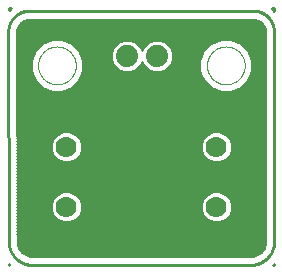
<source format=gtl>
G75*
%MOIN*%
%OFA0B0*%
%FSLAX25Y25*%
%IPPOS*%
%LPD*%
%AMOC8*
5,1,8,0,0,1.08239X$1,22.5*
%
%ADD10C,0.00000*%
%ADD11C,0.01000*%
%ADD12C,0.07000*%
%ADD13C,0.07400*%
%ADD14C,0.01500*%
%ADD15C,0.02978*%
D10*
X0011443Y0068035D02*
X0011445Y0068193D01*
X0011451Y0068351D01*
X0011461Y0068509D01*
X0011475Y0068667D01*
X0011493Y0068824D01*
X0011514Y0068981D01*
X0011540Y0069137D01*
X0011570Y0069293D01*
X0011603Y0069448D01*
X0011641Y0069601D01*
X0011682Y0069754D01*
X0011727Y0069906D01*
X0011776Y0070057D01*
X0011829Y0070206D01*
X0011885Y0070354D01*
X0011945Y0070500D01*
X0012009Y0070645D01*
X0012077Y0070788D01*
X0012148Y0070930D01*
X0012222Y0071070D01*
X0012300Y0071207D01*
X0012382Y0071343D01*
X0012466Y0071477D01*
X0012555Y0071608D01*
X0012646Y0071737D01*
X0012741Y0071864D01*
X0012838Y0071989D01*
X0012939Y0072111D01*
X0013043Y0072230D01*
X0013150Y0072347D01*
X0013260Y0072461D01*
X0013373Y0072572D01*
X0013488Y0072681D01*
X0013606Y0072786D01*
X0013727Y0072888D01*
X0013850Y0072988D01*
X0013976Y0073084D01*
X0014104Y0073177D01*
X0014234Y0073267D01*
X0014367Y0073353D01*
X0014502Y0073437D01*
X0014638Y0073516D01*
X0014777Y0073593D01*
X0014918Y0073665D01*
X0015060Y0073735D01*
X0015204Y0073800D01*
X0015350Y0073862D01*
X0015497Y0073920D01*
X0015646Y0073975D01*
X0015796Y0074026D01*
X0015947Y0074073D01*
X0016099Y0074116D01*
X0016252Y0074155D01*
X0016407Y0074191D01*
X0016562Y0074222D01*
X0016718Y0074250D01*
X0016874Y0074274D01*
X0017031Y0074294D01*
X0017189Y0074310D01*
X0017346Y0074322D01*
X0017505Y0074330D01*
X0017663Y0074334D01*
X0017821Y0074334D01*
X0017979Y0074330D01*
X0018138Y0074322D01*
X0018295Y0074310D01*
X0018453Y0074294D01*
X0018610Y0074274D01*
X0018766Y0074250D01*
X0018922Y0074222D01*
X0019077Y0074191D01*
X0019232Y0074155D01*
X0019385Y0074116D01*
X0019537Y0074073D01*
X0019688Y0074026D01*
X0019838Y0073975D01*
X0019987Y0073920D01*
X0020134Y0073862D01*
X0020280Y0073800D01*
X0020424Y0073735D01*
X0020566Y0073665D01*
X0020707Y0073593D01*
X0020846Y0073516D01*
X0020982Y0073437D01*
X0021117Y0073353D01*
X0021250Y0073267D01*
X0021380Y0073177D01*
X0021508Y0073084D01*
X0021634Y0072988D01*
X0021757Y0072888D01*
X0021878Y0072786D01*
X0021996Y0072681D01*
X0022111Y0072572D01*
X0022224Y0072461D01*
X0022334Y0072347D01*
X0022441Y0072230D01*
X0022545Y0072111D01*
X0022646Y0071989D01*
X0022743Y0071864D01*
X0022838Y0071737D01*
X0022929Y0071608D01*
X0023018Y0071477D01*
X0023102Y0071343D01*
X0023184Y0071207D01*
X0023262Y0071070D01*
X0023336Y0070930D01*
X0023407Y0070788D01*
X0023475Y0070645D01*
X0023539Y0070500D01*
X0023599Y0070354D01*
X0023655Y0070206D01*
X0023708Y0070057D01*
X0023757Y0069906D01*
X0023802Y0069754D01*
X0023843Y0069601D01*
X0023881Y0069448D01*
X0023914Y0069293D01*
X0023944Y0069137D01*
X0023970Y0068981D01*
X0023991Y0068824D01*
X0024009Y0068667D01*
X0024023Y0068509D01*
X0024033Y0068351D01*
X0024039Y0068193D01*
X0024041Y0068035D01*
X0024039Y0067877D01*
X0024033Y0067719D01*
X0024023Y0067561D01*
X0024009Y0067403D01*
X0023991Y0067246D01*
X0023970Y0067089D01*
X0023944Y0066933D01*
X0023914Y0066777D01*
X0023881Y0066622D01*
X0023843Y0066469D01*
X0023802Y0066316D01*
X0023757Y0066164D01*
X0023708Y0066013D01*
X0023655Y0065864D01*
X0023599Y0065716D01*
X0023539Y0065570D01*
X0023475Y0065425D01*
X0023407Y0065282D01*
X0023336Y0065140D01*
X0023262Y0065000D01*
X0023184Y0064863D01*
X0023102Y0064727D01*
X0023018Y0064593D01*
X0022929Y0064462D01*
X0022838Y0064333D01*
X0022743Y0064206D01*
X0022646Y0064081D01*
X0022545Y0063959D01*
X0022441Y0063840D01*
X0022334Y0063723D01*
X0022224Y0063609D01*
X0022111Y0063498D01*
X0021996Y0063389D01*
X0021878Y0063284D01*
X0021757Y0063182D01*
X0021634Y0063082D01*
X0021508Y0062986D01*
X0021380Y0062893D01*
X0021250Y0062803D01*
X0021117Y0062717D01*
X0020982Y0062633D01*
X0020846Y0062554D01*
X0020707Y0062477D01*
X0020566Y0062405D01*
X0020424Y0062335D01*
X0020280Y0062270D01*
X0020134Y0062208D01*
X0019987Y0062150D01*
X0019838Y0062095D01*
X0019688Y0062044D01*
X0019537Y0061997D01*
X0019385Y0061954D01*
X0019232Y0061915D01*
X0019077Y0061879D01*
X0018922Y0061848D01*
X0018766Y0061820D01*
X0018610Y0061796D01*
X0018453Y0061776D01*
X0018295Y0061760D01*
X0018138Y0061748D01*
X0017979Y0061740D01*
X0017821Y0061736D01*
X0017663Y0061736D01*
X0017505Y0061740D01*
X0017346Y0061748D01*
X0017189Y0061760D01*
X0017031Y0061776D01*
X0016874Y0061796D01*
X0016718Y0061820D01*
X0016562Y0061848D01*
X0016407Y0061879D01*
X0016252Y0061915D01*
X0016099Y0061954D01*
X0015947Y0061997D01*
X0015796Y0062044D01*
X0015646Y0062095D01*
X0015497Y0062150D01*
X0015350Y0062208D01*
X0015204Y0062270D01*
X0015060Y0062335D01*
X0014918Y0062405D01*
X0014777Y0062477D01*
X0014638Y0062554D01*
X0014502Y0062633D01*
X0014367Y0062717D01*
X0014234Y0062803D01*
X0014104Y0062893D01*
X0013976Y0062986D01*
X0013850Y0063082D01*
X0013727Y0063182D01*
X0013606Y0063284D01*
X0013488Y0063389D01*
X0013373Y0063498D01*
X0013260Y0063609D01*
X0013150Y0063723D01*
X0013043Y0063840D01*
X0012939Y0063959D01*
X0012838Y0064081D01*
X0012741Y0064206D01*
X0012646Y0064333D01*
X0012555Y0064462D01*
X0012466Y0064593D01*
X0012382Y0064727D01*
X0012300Y0064863D01*
X0012222Y0065000D01*
X0012148Y0065140D01*
X0012077Y0065282D01*
X0012009Y0065425D01*
X0011945Y0065570D01*
X0011885Y0065716D01*
X0011829Y0065864D01*
X0011776Y0066013D01*
X0011727Y0066164D01*
X0011682Y0066316D01*
X0011641Y0066469D01*
X0011603Y0066622D01*
X0011570Y0066777D01*
X0011540Y0066933D01*
X0011514Y0067089D01*
X0011493Y0067246D01*
X0011475Y0067403D01*
X0011461Y0067561D01*
X0011451Y0067719D01*
X0011445Y0067877D01*
X0011443Y0068035D01*
X0067742Y0068035D02*
X0067744Y0068193D01*
X0067750Y0068351D01*
X0067760Y0068509D01*
X0067774Y0068667D01*
X0067792Y0068824D01*
X0067813Y0068981D01*
X0067839Y0069137D01*
X0067869Y0069293D01*
X0067902Y0069448D01*
X0067940Y0069601D01*
X0067981Y0069754D01*
X0068026Y0069906D01*
X0068075Y0070057D01*
X0068128Y0070206D01*
X0068184Y0070354D01*
X0068244Y0070500D01*
X0068308Y0070645D01*
X0068376Y0070788D01*
X0068447Y0070930D01*
X0068521Y0071070D01*
X0068599Y0071207D01*
X0068681Y0071343D01*
X0068765Y0071477D01*
X0068854Y0071608D01*
X0068945Y0071737D01*
X0069040Y0071864D01*
X0069137Y0071989D01*
X0069238Y0072111D01*
X0069342Y0072230D01*
X0069449Y0072347D01*
X0069559Y0072461D01*
X0069672Y0072572D01*
X0069787Y0072681D01*
X0069905Y0072786D01*
X0070026Y0072888D01*
X0070149Y0072988D01*
X0070275Y0073084D01*
X0070403Y0073177D01*
X0070533Y0073267D01*
X0070666Y0073353D01*
X0070801Y0073437D01*
X0070937Y0073516D01*
X0071076Y0073593D01*
X0071217Y0073665D01*
X0071359Y0073735D01*
X0071503Y0073800D01*
X0071649Y0073862D01*
X0071796Y0073920D01*
X0071945Y0073975D01*
X0072095Y0074026D01*
X0072246Y0074073D01*
X0072398Y0074116D01*
X0072551Y0074155D01*
X0072706Y0074191D01*
X0072861Y0074222D01*
X0073017Y0074250D01*
X0073173Y0074274D01*
X0073330Y0074294D01*
X0073488Y0074310D01*
X0073645Y0074322D01*
X0073804Y0074330D01*
X0073962Y0074334D01*
X0074120Y0074334D01*
X0074278Y0074330D01*
X0074437Y0074322D01*
X0074594Y0074310D01*
X0074752Y0074294D01*
X0074909Y0074274D01*
X0075065Y0074250D01*
X0075221Y0074222D01*
X0075376Y0074191D01*
X0075531Y0074155D01*
X0075684Y0074116D01*
X0075836Y0074073D01*
X0075987Y0074026D01*
X0076137Y0073975D01*
X0076286Y0073920D01*
X0076433Y0073862D01*
X0076579Y0073800D01*
X0076723Y0073735D01*
X0076865Y0073665D01*
X0077006Y0073593D01*
X0077145Y0073516D01*
X0077281Y0073437D01*
X0077416Y0073353D01*
X0077549Y0073267D01*
X0077679Y0073177D01*
X0077807Y0073084D01*
X0077933Y0072988D01*
X0078056Y0072888D01*
X0078177Y0072786D01*
X0078295Y0072681D01*
X0078410Y0072572D01*
X0078523Y0072461D01*
X0078633Y0072347D01*
X0078740Y0072230D01*
X0078844Y0072111D01*
X0078945Y0071989D01*
X0079042Y0071864D01*
X0079137Y0071737D01*
X0079228Y0071608D01*
X0079317Y0071477D01*
X0079401Y0071343D01*
X0079483Y0071207D01*
X0079561Y0071070D01*
X0079635Y0070930D01*
X0079706Y0070788D01*
X0079774Y0070645D01*
X0079838Y0070500D01*
X0079898Y0070354D01*
X0079954Y0070206D01*
X0080007Y0070057D01*
X0080056Y0069906D01*
X0080101Y0069754D01*
X0080142Y0069601D01*
X0080180Y0069448D01*
X0080213Y0069293D01*
X0080243Y0069137D01*
X0080269Y0068981D01*
X0080290Y0068824D01*
X0080308Y0068667D01*
X0080322Y0068509D01*
X0080332Y0068351D01*
X0080338Y0068193D01*
X0080340Y0068035D01*
X0080338Y0067877D01*
X0080332Y0067719D01*
X0080322Y0067561D01*
X0080308Y0067403D01*
X0080290Y0067246D01*
X0080269Y0067089D01*
X0080243Y0066933D01*
X0080213Y0066777D01*
X0080180Y0066622D01*
X0080142Y0066469D01*
X0080101Y0066316D01*
X0080056Y0066164D01*
X0080007Y0066013D01*
X0079954Y0065864D01*
X0079898Y0065716D01*
X0079838Y0065570D01*
X0079774Y0065425D01*
X0079706Y0065282D01*
X0079635Y0065140D01*
X0079561Y0065000D01*
X0079483Y0064863D01*
X0079401Y0064727D01*
X0079317Y0064593D01*
X0079228Y0064462D01*
X0079137Y0064333D01*
X0079042Y0064206D01*
X0078945Y0064081D01*
X0078844Y0063959D01*
X0078740Y0063840D01*
X0078633Y0063723D01*
X0078523Y0063609D01*
X0078410Y0063498D01*
X0078295Y0063389D01*
X0078177Y0063284D01*
X0078056Y0063182D01*
X0077933Y0063082D01*
X0077807Y0062986D01*
X0077679Y0062893D01*
X0077549Y0062803D01*
X0077416Y0062717D01*
X0077281Y0062633D01*
X0077145Y0062554D01*
X0077006Y0062477D01*
X0076865Y0062405D01*
X0076723Y0062335D01*
X0076579Y0062270D01*
X0076433Y0062208D01*
X0076286Y0062150D01*
X0076137Y0062095D01*
X0075987Y0062044D01*
X0075836Y0061997D01*
X0075684Y0061954D01*
X0075531Y0061915D01*
X0075376Y0061879D01*
X0075221Y0061848D01*
X0075065Y0061820D01*
X0074909Y0061796D01*
X0074752Y0061776D01*
X0074594Y0061760D01*
X0074437Y0061748D01*
X0074278Y0061740D01*
X0074120Y0061736D01*
X0073962Y0061736D01*
X0073804Y0061740D01*
X0073645Y0061748D01*
X0073488Y0061760D01*
X0073330Y0061776D01*
X0073173Y0061796D01*
X0073017Y0061820D01*
X0072861Y0061848D01*
X0072706Y0061879D01*
X0072551Y0061915D01*
X0072398Y0061954D01*
X0072246Y0061997D01*
X0072095Y0062044D01*
X0071945Y0062095D01*
X0071796Y0062150D01*
X0071649Y0062208D01*
X0071503Y0062270D01*
X0071359Y0062335D01*
X0071217Y0062405D01*
X0071076Y0062477D01*
X0070937Y0062554D01*
X0070801Y0062633D01*
X0070666Y0062717D01*
X0070533Y0062803D01*
X0070403Y0062893D01*
X0070275Y0062986D01*
X0070149Y0063082D01*
X0070026Y0063182D01*
X0069905Y0063284D01*
X0069787Y0063389D01*
X0069672Y0063498D01*
X0069559Y0063609D01*
X0069449Y0063723D01*
X0069342Y0063840D01*
X0069238Y0063959D01*
X0069137Y0064081D01*
X0069040Y0064206D01*
X0068945Y0064333D01*
X0068854Y0064462D01*
X0068765Y0064593D01*
X0068681Y0064727D01*
X0068599Y0064863D01*
X0068521Y0065000D01*
X0068447Y0065140D01*
X0068376Y0065282D01*
X0068308Y0065425D01*
X0068244Y0065570D01*
X0068184Y0065716D01*
X0068128Y0065864D01*
X0068075Y0066013D01*
X0068026Y0066164D01*
X0067981Y0066316D01*
X0067940Y0066469D01*
X0067902Y0066622D01*
X0067869Y0066777D01*
X0067839Y0066933D01*
X0067813Y0067089D01*
X0067792Y0067246D01*
X0067774Y0067403D01*
X0067760Y0067561D01*
X0067750Y0067719D01*
X0067744Y0067877D01*
X0067742Y0068035D01*
D11*
X0001896Y0001500D02*
X0001600Y0001500D01*
X0001600Y0001799D01*
X0001730Y0001621D01*
X0001896Y0001500D01*
X0001610Y0001500D01*
X0001610Y0001785D01*
X0001730Y0001621D01*
X0001730Y0001621D01*
X0001896Y0001500D01*
X0001730Y0001621D02*
X0001730Y0001621D01*
X0001730Y0001621D01*
X0001730Y0001621D01*
X0006067Y0005963D02*
X0005147Y0007227D01*
X0004662Y0008713D01*
X0004600Y0009495D01*
X0004599Y0010092D01*
X0004509Y0079272D01*
X0004558Y0079898D01*
X0004943Y0081090D01*
X0005679Y0082104D01*
X0006692Y0082841D01*
X0007883Y0083228D01*
X0008509Y0083277D01*
X0082495Y0083277D01*
X0082495Y0083277D01*
X0082495Y0083277D01*
X0008509Y0083277D01*
X0007883Y0083228D01*
X0006692Y0082841D01*
X0005679Y0082104D01*
X0004943Y0081090D01*
X0004558Y0079898D01*
X0004509Y0079272D01*
X0004599Y0010092D01*
X0004599Y0010092D01*
X0004599Y0010092D01*
X0004600Y0009495D01*
X0004662Y0008713D01*
X0005147Y0007227D01*
X0006067Y0005963D01*
X0007332Y0005044D01*
X0008819Y0004562D01*
X0009600Y0004500D01*
X0082183Y0004500D01*
X0082965Y0004562D01*
X0084454Y0005046D01*
X0085720Y0005967D01*
X0086640Y0007234D01*
X0087122Y0008723D01*
X0087183Y0009506D01*
X0087183Y0009534D01*
X0087092Y0079253D01*
X0087092Y0079283D01*
X0087014Y0080063D01*
X0086416Y0081503D01*
X0085312Y0082604D01*
X0083872Y0083200D01*
X0083092Y0083277D01*
X0083085Y0083277D01*
X0082495Y0083277D01*
X0083085Y0083277D01*
X0083092Y0083277D01*
X0083872Y0083200D01*
X0085312Y0082604D01*
X0086416Y0081503D01*
X0087014Y0080063D01*
X0087092Y0079283D01*
X0087092Y0079253D01*
X0087183Y0009534D01*
X0087183Y0009506D01*
X0087122Y0008723D01*
X0086640Y0007234D01*
X0085720Y0005967D01*
X0084454Y0005046D01*
X0082965Y0004562D01*
X0082183Y0004500D01*
X0009600Y0004500D01*
X0008819Y0004562D01*
X0007332Y0005044D01*
X0006067Y0005963D01*
X0006162Y0005894D02*
X0085620Y0005894D01*
X0006162Y0005894D01*
X0005390Y0006892D02*
X0086392Y0006892D01*
X0005390Y0006892D01*
X0004931Y0007891D02*
X0086852Y0007891D01*
X0004931Y0007891D01*
X0004648Y0008889D02*
X0087135Y0008889D01*
X0004648Y0008889D01*
X0004600Y0009888D02*
X0087182Y0009888D01*
X0004600Y0009888D01*
X0004598Y0010886D02*
X0087181Y0010886D01*
X0004598Y0010886D01*
X0004597Y0011885D02*
X0087180Y0011885D01*
X0004597Y0011885D01*
X0004596Y0012883D02*
X0087178Y0012883D01*
X0004596Y0012883D01*
X0004594Y0013882D02*
X0087177Y0013882D01*
X0004594Y0013882D01*
X0004593Y0014880D02*
X0087176Y0014880D01*
X0004593Y0014880D01*
X0004592Y0015879D02*
X0019448Y0015879D01*
X0019857Y0015709D02*
X0021926Y0015709D01*
X0023837Y0016501D01*
X0025300Y0017964D01*
X0026091Y0019875D01*
X0026091Y0021944D01*
X0025300Y0023855D01*
X0023837Y0025318D01*
X0021926Y0026109D01*
X0019857Y0026109D01*
X0017946Y0025318D01*
X0016483Y0023855D01*
X0015691Y0021944D01*
X0015691Y0019875D01*
X0016483Y0017964D01*
X0017946Y0016501D01*
X0019857Y0015709D01*
X0019797Y0015409D02*
X0021985Y0015409D01*
X0024007Y0016247D01*
X0025554Y0017794D01*
X0026391Y0019815D01*
X0026391Y0022003D01*
X0025554Y0024025D01*
X0024007Y0025572D01*
X0021985Y0026409D01*
X0019797Y0026409D01*
X0017776Y0025572D01*
X0016229Y0024025D01*
X0015391Y0022003D01*
X0015391Y0019815D01*
X0016229Y0017794D01*
X0017776Y0016247D01*
X0019797Y0015409D01*
X0018664Y0015879D02*
X0004592Y0015879D01*
X0004590Y0016877D02*
X0017570Y0016877D01*
X0017145Y0016877D02*
X0004590Y0016877D01*
X0004589Y0017876D02*
X0016571Y0017876D01*
X0016195Y0017876D02*
X0004589Y0017876D01*
X0004588Y0018874D02*
X0016106Y0018874D01*
X0015781Y0018874D02*
X0004588Y0018874D01*
X0004586Y0019873D02*
X0015692Y0019873D01*
X0015391Y0019873D02*
X0004586Y0019873D01*
X0004585Y0020871D02*
X0015691Y0020871D01*
X0015391Y0020871D02*
X0004585Y0020871D01*
X0004584Y0021870D02*
X0015691Y0021870D01*
X0015391Y0021870D02*
X0004584Y0021870D01*
X0004583Y0022868D02*
X0016074Y0022868D01*
X0015750Y0022868D02*
X0004583Y0022868D01*
X0004581Y0023867D02*
X0016495Y0023867D01*
X0016163Y0023867D02*
X0004581Y0023867D01*
X0004580Y0024865D02*
X0017493Y0024865D01*
X0017069Y0024865D02*
X0004580Y0024865D01*
X0004579Y0025864D02*
X0019264Y0025864D01*
X0018480Y0025864D02*
X0004579Y0025864D01*
X0004577Y0026862D02*
X0087160Y0026862D01*
X0004577Y0026862D01*
X0004576Y0027861D02*
X0087159Y0027861D01*
X0004576Y0027861D01*
X0004575Y0028859D02*
X0087157Y0028859D01*
X0004575Y0028859D01*
X0004573Y0029858D02*
X0087156Y0029858D01*
X0004573Y0029858D01*
X0004572Y0030856D02*
X0087155Y0030856D01*
X0004572Y0030856D01*
X0004571Y0031855D02*
X0087154Y0031855D01*
X0004571Y0031855D01*
X0004570Y0032853D02*
X0087152Y0032853D01*
X0004570Y0032853D01*
X0004568Y0033852D02*
X0087151Y0033852D01*
X0004568Y0033852D01*
X0004567Y0034850D02*
X0087150Y0034850D01*
X0004567Y0034850D01*
X0004566Y0035849D02*
X0019520Y0035849D01*
X0019857Y0035709D02*
X0021926Y0035709D01*
X0023837Y0036501D01*
X0025300Y0037964D01*
X0026091Y0039875D01*
X0026091Y0041944D01*
X0025300Y0043855D01*
X0023837Y0045318D01*
X0021926Y0046109D01*
X0019857Y0046109D01*
X0017946Y0045318D01*
X0016483Y0043855D01*
X0015691Y0041944D01*
X0015691Y0039875D01*
X0016483Y0037964D01*
X0017946Y0036501D01*
X0019857Y0035709D01*
X0019797Y0035409D02*
X0021985Y0035409D01*
X0024007Y0036247D01*
X0025554Y0037794D01*
X0026391Y0039815D01*
X0026391Y0042003D01*
X0025554Y0044025D01*
X0024007Y0045572D01*
X0021985Y0046409D01*
X0019797Y0046409D01*
X0017776Y0045572D01*
X0016229Y0044025D01*
X0015391Y0042003D01*
X0015391Y0039815D01*
X0016229Y0037794D01*
X0017776Y0036247D01*
X0019797Y0035409D01*
X0018736Y0035849D02*
X0004566Y0035849D01*
X0004564Y0036848D02*
X0017599Y0036848D01*
X0017175Y0036848D02*
X0004564Y0036848D01*
X0004563Y0037846D02*
X0016601Y0037846D01*
X0016207Y0037846D02*
X0004563Y0037846D01*
X0004562Y0038845D02*
X0016118Y0038845D01*
X0015793Y0038845D02*
X0004562Y0038845D01*
X0004560Y0039843D02*
X0015705Y0039843D01*
X0015391Y0039843D02*
X0004560Y0039843D01*
X0004559Y0040842D02*
X0015691Y0040842D01*
X0015391Y0040842D02*
X0004559Y0040842D01*
X0004558Y0041840D02*
X0015691Y0041840D01*
X0015391Y0041840D02*
X0004558Y0041840D01*
X0004557Y0042839D02*
X0016062Y0042839D01*
X0015737Y0042839D02*
X0004557Y0042839D01*
X0004555Y0043837D02*
X0016476Y0043837D01*
X0016151Y0043837D02*
X0004555Y0043837D01*
X0004554Y0044836D02*
X0017464Y0044836D01*
X0017039Y0044836D02*
X0004554Y0044836D01*
X0004553Y0045834D02*
X0019192Y0045834D01*
X0018408Y0045834D02*
X0004553Y0045834D01*
X0004551Y0046833D02*
X0087134Y0046833D01*
X0004551Y0046833D01*
X0004550Y0047831D02*
X0087133Y0047831D01*
X0004550Y0047831D01*
X0004549Y0048830D02*
X0087131Y0048830D01*
X0004549Y0048830D01*
X0004547Y0049828D02*
X0087130Y0049828D01*
X0004547Y0049828D01*
X0004546Y0050827D02*
X0087129Y0050827D01*
X0004546Y0050827D01*
X0004545Y0051825D02*
X0087128Y0051825D01*
X0004545Y0051825D01*
X0004544Y0052824D02*
X0087126Y0052824D01*
X0004544Y0052824D01*
X0004542Y0053822D02*
X0087125Y0053822D01*
X0004542Y0053822D01*
X0004541Y0054821D02*
X0087124Y0054821D01*
X0004541Y0054821D01*
X0004540Y0055819D02*
X0087122Y0055819D01*
X0004540Y0055819D01*
X0004538Y0056818D02*
X0087121Y0056818D01*
X0004538Y0056818D01*
X0004537Y0057816D02*
X0087120Y0057816D01*
X0004537Y0057816D01*
X0004536Y0058815D02*
X0087118Y0058815D01*
X0004536Y0058815D01*
X0004534Y0059813D02*
X0014598Y0059813D01*
X0004534Y0059813D01*
X0004533Y0060812D02*
X0012521Y0060812D01*
X0004533Y0060812D01*
X0004532Y0061810D02*
X0011523Y0061810D01*
X0004532Y0061810D01*
X0004531Y0062809D02*
X0010524Y0062809D01*
X0004531Y0062809D01*
X0004529Y0063807D02*
X0009969Y0063807D01*
X0004529Y0063807D01*
X0004528Y0064806D02*
X0009555Y0064806D01*
X0004528Y0064806D01*
X0004527Y0065804D02*
X0009142Y0065804D01*
X0004527Y0065804D01*
X0004525Y0066803D02*
X0008943Y0066803D01*
X0004525Y0066803D01*
X0004524Y0067801D02*
X0008943Y0067801D01*
X0004524Y0067801D01*
X0004523Y0068800D02*
X0008943Y0068800D01*
X0004523Y0068800D01*
X0004521Y0069798D02*
X0008948Y0069798D01*
X0004521Y0069798D01*
X0004520Y0070797D02*
X0009361Y0070797D01*
X0004520Y0070797D01*
X0004519Y0071795D02*
X0009775Y0071795D01*
X0004519Y0071795D01*
X0004518Y0072794D02*
X0010189Y0072794D01*
X0004518Y0072794D01*
X0004516Y0073792D02*
X0011055Y0073792D01*
X0004516Y0073792D01*
X0004515Y0074791D02*
X0012053Y0074791D01*
X0004515Y0074791D01*
X0004514Y0075789D02*
X0013468Y0075789D01*
X0004514Y0075789D01*
X0004512Y0076788D02*
X0015879Y0076788D01*
X0004512Y0076788D01*
X0004511Y0077786D02*
X0087094Y0077786D01*
X0004511Y0077786D01*
X0004510Y0078785D02*
X0087092Y0078785D01*
X0004510Y0078785D01*
X0004549Y0079784D02*
X0087042Y0079784D01*
X0004549Y0079784D01*
X0004844Y0080782D02*
X0086715Y0080782D01*
X0004844Y0080782D01*
X0005444Y0081781D02*
X0086137Y0081781D01*
X0005444Y0081781D01*
X0006607Y0082779D02*
X0084890Y0082779D01*
X0006607Y0082779D01*
X0008509Y0086277D02*
X0083092Y0086277D01*
X0089333Y0087177D02*
X0090183Y0087177D01*
X0090183Y0086329D01*
X0089333Y0087177D01*
X0089738Y0086773D02*
X0090183Y0086773D01*
X0090092Y0079287D02*
X0090183Y0009510D01*
X0087174Y0015879D02*
X0072334Y0015879D01*
X0071926Y0015709D02*
X0073837Y0016501D01*
X0075300Y0017964D01*
X0076091Y0019875D01*
X0076091Y0021944D01*
X0075300Y0023855D01*
X0073837Y0025318D01*
X0071926Y0026109D01*
X0069857Y0026109D01*
X0067946Y0025318D01*
X0066483Y0023855D01*
X0065691Y0021944D01*
X0065691Y0019875D01*
X0066483Y0017964D01*
X0067946Y0016501D01*
X0069857Y0015709D01*
X0071926Y0015709D01*
X0071985Y0015409D02*
X0074007Y0016247D01*
X0075554Y0017794D01*
X0076391Y0019815D01*
X0076391Y0022003D01*
X0075554Y0024025D01*
X0074007Y0025572D01*
X0071985Y0026409D01*
X0069797Y0026409D01*
X0067776Y0025572D01*
X0066229Y0024025D01*
X0065391Y0022003D01*
X0065391Y0019815D01*
X0066229Y0017794D01*
X0067776Y0016247D01*
X0069797Y0015409D01*
X0071985Y0015409D01*
X0073118Y0015879D02*
X0087174Y0015879D01*
X0087173Y0016877D02*
X0074213Y0016877D01*
X0074637Y0016877D02*
X0087173Y0016877D01*
X0087172Y0017876D02*
X0075212Y0017876D01*
X0075588Y0017876D02*
X0087172Y0017876D01*
X0087170Y0018874D02*
X0075677Y0018874D01*
X0076002Y0018874D02*
X0087170Y0018874D01*
X0087169Y0019873D02*
X0076090Y0019873D01*
X0076391Y0019873D02*
X0087169Y0019873D01*
X0087168Y0020871D02*
X0076091Y0020871D01*
X0076391Y0020871D02*
X0087168Y0020871D01*
X0087167Y0021870D02*
X0076091Y0021870D01*
X0076391Y0021870D02*
X0087167Y0021870D01*
X0087165Y0022868D02*
X0075708Y0022868D01*
X0076033Y0022868D02*
X0087165Y0022868D01*
X0087164Y0023867D02*
X0075288Y0023867D01*
X0075619Y0023867D02*
X0087164Y0023867D01*
X0087163Y0024865D02*
X0074289Y0024865D01*
X0074714Y0024865D02*
X0087163Y0024865D01*
X0087161Y0025864D02*
X0072518Y0025864D01*
X0073302Y0025864D02*
X0087161Y0025864D01*
X0087148Y0035849D02*
X0072263Y0035849D01*
X0071926Y0035709D02*
X0073837Y0036501D01*
X0075300Y0037964D01*
X0076091Y0039875D01*
X0076091Y0041944D01*
X0075300Y0043855D01*
X0073837Y0045318D01*
X0071926Y0046109D01*
X0069857Y0046109D01*
X0067946Y0045318D01*
X0066483Y0043855D01*
X0065691Y0041944D01*
X0065691Y0039875D01*
X0066483Y0037964D01*
X0067946Y0036501D01*
X0069857Y0035709D01*
X0071926Y0035709D01*
X0071985Y0035409D02*
X0074007Y0036247D01*
X0075554Y0037794D01*
X0076391Y0039815D01*
X0076391Y0042003D01*
X0075554Y0044025D01*
X0074007Y0045572D01*
X0071985Y0046409D01*
X0069797Y0046409D01*
X0067776Y0045572D01*
X0066229Y0044025D01*
X0065391Y0042003D01*
X0065391Y0039815D01*
X0066229Y0037794D01*
X0067776Y0036247D01*
X0069797Y0035409D01*
X0071985Y0035409D01*
X0073047Y0035849D02*
X0087148Y0035849D01*
X0087147Y0036848D02*
X0074183Y0036848D01*
X0074608Y0036848D02*
X0087147Y0036848D01*
X0087146Y0037846D02*
X0075182Y0037846D01*
X0075576Y0037846D02*
X0087146Y0037846D01*
X0087144Y0038845D02*
X0075664Y0038845D01*
X0075989Y0038845D02*
X0087144Y0038845D01*
X0087143Y0039843D02*
X0076078Y0039843D01*
X0076391Y0039843D02*
X0087143Y0039843D01*
X0087142Y0040842D02*
X0076091Y0040842D01*
X0076391Y0040842D02*
X0087142Y0040842D01*
X0087141Y0041840D02*
X0076091Y0041840D01*
X0076391Y0041840D02*
X0087141Y0041840D01*
X0087139Y0042839D02*
X0075721Y0042839D01*
X0076045Y0042839D02*
X0087139Y0042839D01*
X0087138Y0043837D02*
X0075307Y0043837D01*
X0075632Y0043837D02*
X0087138Y0043837D01*
X0087137Y0044836D02*
X0074319Y0044836D01*
X0074743Y0044836D02*
X0087137Y0044836D01*
X0087135Y0045834D02*
X0072590Y0045834D01*
X0073374Y0045834D02*
X0087135Y0045834D01*
X0079025Y0060576D02*
X0075791Y0059236D01*
X0072291Y0059236D01*
X0069057Y0060576D01*
X0066581Y0063051D01*
X0065242Y0066285D01*
X0065242Y0069786D01*
X0066581Y0073020D01*
X0069057Y0075495D01*
X0072291Y0076835D01*
X0075791Y0076835D01*
X0079025Y0075495D01*
X0081501Y0073020D01*
X0082840Y0069786D01*
X0082840Y0066285D01*
X0081501Y0063051D01*
X0079025Y0060576D01*
X0081501Y0063051D01*
X0082840Y0066285D01*
X0082840Y0069786D01*
X0081501Y0073020D01*
X0079025Y0075495D01*
X0075791Y0076835D01*
X0072291Y0076835D01*
X0069057Y0075495D01*
X0066581Y0073020D01*
X0065242Y0069786D01*
X0065242Y0066285D01*
X0066581Y0063051D01*
X0069057Y0060576D01*
X0072291Y0059236D01*
X0075791Y0059236D01*
X0079025Y0060576D01*
X0079261Y0060812D02*
X0087116Y0060812D01*
X0079261Y0060812D01*
X0080260Y0061810D02*
X0087115Y0061810D01*
X0080260Y0061810D01*
X0081258Y0062809D02*
X0087113Y0062809D01*
X0081258Y0062809D01*
X0081814Y0063807D02*
X0087112Y0063807D01*
X0081814Y0063807D01*
X0082227Y0064806D02*
X0087111Y0064806D01*
X0082227Y0064806D01*
X0082641Y0065804D02*
X0087109Y0065804D01*
X0082641Y0065804D01*
X0082840Y0066803D02*
X0087108Y0066803D01*
X0082840Y0066803D01*
X0082840Y0067801D02*
X0087107Y0067801D01*
X0082840Y0067801D01*
X0082840Y0068800D02*
X0087105Y0068800D01*
X0082840Y0068800D01*
X0082835Y0069798D02*
X0087104Y0069798D01*
X0082835Y0069798D01*
X0082421Y0070797D02*
X0087103Y0070797D01*
X0082421Y0070797D01*
X0082008Y0071795D02*
X0087102Y0071795D01*
X0082008Y0071795D01*
X0081594Y0072794D02*
X0087100Y0072794D01*
X0081594Y0072794D01*
X0080728Y0073792D02*
X0087099Y0073792D01*
X0080728Y0073792D01*
X0079729Y0074791D02*
X0087098Y0074791D01*
X0079729Y0074791D01*
X0078314Y0075789D02*
X0087096Y0075789D01*
X0078314Y0075789D01*
X0075904Y0076788D02*
X0087095Y0076788D01*
X0075904Y0076788D01*
X0072178Y0076788D02*
X0019605Y0076788D01*
X0039717Y0076788D01*
X0039970Y0076893D02*
X0037875Y0076025D01*
X0036272Y0074422D01*
X0035404Y0072327D01*
X0035404Y0070059D01*
X0036272Y0067964D01*
X0037875Y0066361D01*
X0039970Y0065493D01*
X0042238Y0065493D01*
X0044333Y0066361D01*
X0045936Y0067964D01*
X0046104Y0068369D01*
X0046272Y0067964D01*
X0047875Y0066361D01*
X0049970Y0065493D01*
X0052238Y0065493D01*
X0054333Y0066361D01*
X0055936Y0067964D01*
X0056804Y0070059D01*
X0056804Y0072327D01*
X0055936Y0074422D01*
X0054333Y0076025D01*
X0052238Y0076893D01*
X0049970Y0076893D01*
X0047875Y0076025D01*
X0046272Y0074422D01*
X0046104Y0074017D01*
X0045936Y0074422D01*
X0044333Y0076025D01*
X0042238Y0076893D01*
X0039970Y0076893D01*
X0040030Y0076593D02*
X0038045Y0075771D01*
X0036526Y0074252D01*
X0035704Y0072267D01*
X0035704Y0070119D01*
X0036526Y0068134D01*
X0038045Y0066615D01*
X0040030Y0065793D01*
X0042178Y0065793D01*
X0044163Y0066615D01*
X0045682Y0068134D01*
X0046104Y0069153D01*
X0046526Y0068134D01*
X0048045Y0066615D01*
X0050030Y0065793D01*
X0052178Y0065793D01*
X0054163Y0066615D01*
X0055682Y0068134D01*
X0056504Y0070119D01*
X0056504Y0072267D01*
X0055682Y0074252D01*
X0054163Y0075771D01*
X0052178Y0076593D01*
X0050030Y0076593D01*
X0048045Y0075771D01*
X0046526Y0074252D01*
X0046104Y0073233D01*
X0045682Y0074252D01*
X0044163Y0075771D01*
X0042178Y0076593D01*
X0040030Y0076593D01*
X0038090Y0075789D02*
X0022015Y0075789D01*
X0037639Y0075789D01*
X0037065Y0074791D02*
X0023430Y0074791D01*
X0036641Y0074791D01*
X0036336Y0073792D02*
X0024429Y0073792D01*
X0036011Y0073792D01*
X0035922Y0072794D02*
X0025295Y0072794D01*
X0035597Y0072794D01*
X0035704Y0071795D02*
X0025708Y0071795D01*
X0035404Y0071795D01*
X0035404Y0070797D02*
X0026122Y0070797D01*
X0035704Y0070797D01*
X0035837Y0069798D02*
X0026536Y0069798D01*
X0035512Y0069798D01*
X0035926Y0068800D02*
X0026541Y0068800D01*
X0036250Y0068800D01*
X0036434Y0067801D02*
X0026541Y0067801D01*
X0036859Y0067801D01*
X0037433Y0066803D02*
X0026541Y0066803D01*
X0037857Y0066803D01*
X0039218Y0065804D02*
X0026342Y0065804D01*
X0040002Y0065804D01*
X0042206Y0065804D02*
X0050002Y0065804D01*
X0049218Y0065804D02*
X0042990Y0065804D01*
X0044351Y0066803D02*
X0047857Y0066803D01*
X0047433Y0066803D02*
X0044775Y0066803D01*
X0045349Y0067801D02*
X0046859Y0067801D01*
X0046434Y0067801D02*
X0045773Y0067801D01*
X0045958Y0068800D02*
X0046250Y0068800D01*
X0046336Y0073792D02*
X0045872Y0073792D01*
X0045567Y0074791D02*
X0046641Y0074791D01*
X0047065Y0074791D02*
X0045143Y0074791D01*
X0044568Y0075789D02*
X0047639Y0075789D01*
X0048090Y0075789D02*
X0044118Y0075789D01*
X0042491Y0076788D02*
X0049717Y0076788D01*
X0052491Y0076788D02*
X0072178Y0076788D01*
X0069767Y0075789D02*
X0054118Y0075789D01*
X0054568Y0075789D02*
X0069767Y0075789D01*
X0068352Y0074791D02*
X0055143Y0074791D01*
X0055567Y0074791D02*
X0068352Y0074791D01*
X0067354Y0073792D02*
X0055872Y0073792D01*
X0056197Y0073792D02*
X0067354Y0073792D01*
X0066488Y0072794D02*
X0056286Y0072794D01*
X0056610Y0072794D02*
X0066488Y0072794D01*
X0066074Y0071795D02*
X0056504Y0071795D01*
X0056804Y0071795D02*
X0066074Y0071795D01*
X0065661Y0070797D02*
X0056504Y0070797D01*
X0056804Y0070797D02*
X0065661Y0070797D01*
X0065247Y0069798D02*
X0056371Y0069798D01*
X0056696Y0069798D02*
X0065247Y0069798D01*
X0065242Y0068800D02*
X0055958Y0068800D01*
X0056282Y0068800D02*
X0065242Y0068800D01*
X0065242Y0067801D02*
X0055349Y0067801D01*
X0055773Y0067801D02*
X0065242Y0067801D01*
X0065242Y0066803D02*
X0054351Y0066803D01*
X0054775Y0066803D02*
X0065242Y0066803D01*
X0065441Y0065804D02*
X0052206Y0065804D01*
X0052990Y0065804D02*
X0065441Y0065804D01*
X0065854Y0064806D02*
X0025928Y0064806D01*
X0065854Y0064806D01*
X0066268Y0063807D02*
X0025515Y0063807D01*
X0066268Y0063807D01*
X0066824Y0062809D02*
X0024959Y0062809D01*
X0066824Y0062809D01*
X0067822Y0061810D02*
X0023961Y0061810D01*
X0067822Y0061810D01*
X0068821Y0060812D02*
X0022962Y0060812D01*
X0068821Y0060812D01*
X0070898Y0059813D02*
X0020885Y0059813D01*
X0070898Y0059813D01*
X0077184Y0059813D02*
X0087117Y0059813D01*
X0077184Y0059813D01*
X0069192Y0045834D02*
X0022590Y0045834D01*
X0023374Y0045834D02*
X0068408Y0045834D01*
X0067464Y0044836D02*
X0024319Y0044836D01*
X0024743Y0044836D02*
X0067039Y0044836D01*
X0066476Y0043837D02*
X0025307Y0043837D01*
X0025632Y0043837D02*
X0066151Y0043837D01*
X0066062Y0042839D02*
X0025721Y0042839D01*
X0026045Y0042839D02*
X0065737Y0042839D01*
X0065691Y0041840D02*
X0026091Y0041840D01*
X0026391Y0041840D02*
X0065391Y0041840D01*
X0065391Y0040842D02*
X0026391Y0040842D01*
X0026091Y0040842D02*
X0065691Y0040842D01*
X0065705Y0039843D02*
X0026078Y0039843D01*
X0026391Y0039843D02*
X0065391Y0039843D01*
X0065793Y0038845D02*
X0025989Y0038845D01*
X0025664Y0038845D02*
X0066118Y0038845D01*
X0066207Y0037846D02*
X0025576Y0037846D01*
X0025182Y0037846D02*
X0066601Y0037846D01*
X0067175Y0036848D02*
X0024608Y0036848D01*
X0024183Y0036848D02*
X0067599Y0036848D01*
X0068736Y0035849D02*
X0023047Y0035849D01*
X0022263Y0035849D02*
X0069520Y0035849D01*
X0069264Y0025864D02*
X0022518Y0025864D01*
X0023302Y0025864D02*
X0068480Y0025864D01*
X0067493Y0024865D02*
X0024289Y0024865D01*
X0024714Y0024865D02*
X0067069Y0024865D01*
X0066495Y0023867D02*
X0025288Y0023867D01*
X0025619Y0023867D02*
X0066163Y0023867D01*
X0066074Y0022868D02*
X0025708Y0022868D01*
X0026033Y0022868D02*
X0065750Y0022868D01*
X0065691Y0021870D02*
X0026091Y0021870D01*
X0026391Y0021870D02*
X0065391Y0021870D01*
X0065391Y0020871D02*
X0026391Y0020871D01*
X0026091Y0020871D02*
X0065691Y0020871D01*
X0065692Y0019873D02*
X0026090Y0019873D01*
X0026391Y0019873D02*
X0065391Y0019873D01*
X0065781Y0018874D02*
X0026002Y0018874D01*
X0025677Y0018874D02*
X0066106Y0018874D01*
X0066195Y0017876D02*
X0025588Y0017876D01*
X0025212Y0017876D02*
X0066571Y0017876D01*
X0067145Y0016877D02*
X0024637Y0016877D01*
X0024213Y0016877D02*
X0067570Y0016877D01*
X0068664Y0015879D02*
X0023118Y0015879D01*
X0022334Y0015879D02*
X0069448Y0015879D01*
X0082183Y0001500D02*
X0082376Y0001502D01*
X0082570Y0001509D01*
X0082763Y0001521D01*
X0082956Y0001537D01*
X0083148Y0001558D01*
X0083340Y0001584D01*
X0083531Y0001614D01*
X0083721Y0001649D01*
X0083911Y0001689D01*
X0084099Y0001733D01*
X0084286Y0001781D01*
X0084472Y0001835D01*
X0084657Y0001892D01*
X0084840Y0001954D01*
X0085022Y0002021D01*
X0085202Y0002092D01*
X0085380Y0002167D01*
X0085557Y0002246D01*
X0085731Y0002330D01*
X0085904Y0002418D01*
X0086074Y0002510D01*
X0086242Y0002606D01*
X0086407Y0002706D01*
X0086570Y0002810D01*
X0086731Y0002918D01*
X0086889Y0003030D01*
X0087044Y0003146D01*
X0087196Y0003265D01*
X0087345Y0003388D01*
X0087491Y0003515D01*
X0087635Y0003645D01*
X0087775Y0003779D01*
X0087911Y0003916D01*
X0088045Y0004056D01*
X0088175Y0004199D01*
X0088301Y0004346D01*
X0088424Y0004495D01*
X0088543Y0004647D01*
X0088659Y0004803D01*
X0088770Y0004961D01*
X0088878Y0005121D01*
X0088982Y0005284D01*
X0089082Y0005450D01*
X0089178Y0005618D01*
X0089270Y0005788D01*
X0089358Y0005961D01*
X0089441Y0006135D01*
X0089520Y0006312D01*
X0089595Y0006490D01*
X0089666Y0006670D01*
X0089732Y0006852D01*
X0089794Y0007036D01*
X0089851Y0007220D01*
X0089904Y0007406D01*
X0089953Y0007594D01*
X0089996Y0007782D01*
X0090036Y0007972D01*
X0090070Y0008162D01*
X0090100Y0008353D01*
X0090126Y0008545D01*
X0090147Y0008737D01*
X0090163Y0008930D01*
X0090174Y0009123D01*
X0090181Y0009317D01*
X0090183Y0009510D01*
X0083991Y0004895D02*
X0007791Y0004895D01*
X0083991Y0004895D01*
X0082183Y0001500D02*
X0009600Y0001500D01*
X0009404Y0001502D01*
X0009208Y0001510D01*
X0009012Y0001522D01*
X0008817Y0001539D01*
X0008622Y0001560D01*
X0008427Y0001587D01*
X0008233Y0001618D01*
X0008041Y0001654D01*
X0007849Y0001694D01*
X0007658Y0001740D01*
X0007468Y0001790D01*
X0007280Y0001844D01*
X0007092Y0001903D01*
X0006907Y0001967D01*
X0006723Y0002036D01*
X0006541Y0002108D01*
X0006360Y0002186D01*
X0006182Y0002267D01*
X0006006Y0002353D01*
X0005831Y0002444D01*
X0005660Y0002538D01*
X0005490Y0002637D01*
X0005323Y0002740D01*
X0005158Y0002847D01*
X0004997Y0002958D01*
X0004838Y0003073D01*
X0004681Y0003191D01*
X0004528Y0003314D01*
X0004378Y0003440D01*
X0004231Y0003570D01*
X0004087Y0003703D01*
X0003947Y0003840D01*
X0003809Y0003981D01*
X0003676Y0004124D01*
X0003546Y0004271D01*
X0003419Y0004421D01*
X0003297Y0004574D01*
X0003178Y0004731D01*
X0003063Y0004889D01*
X0002952Y0005051D01*
X0002844Y0005216D01*
X0002741Y0005383D01*
X0002642Y0005552D01*
X0002548Y0005724D01*
X0002457Y0005898D01*
X0002371Y0006074D01*
X0002289Y0006252D01*
X0002212Y0006433D01*
X0002139Y0006615D01*
X0002070Y0006799D01*
X0002006Y0006984D01*
X0001947Y0007171D01*
X0001892Y0007360D01*
X0001842Y0007549D01*
X0001796Y0007740D01*
X0001755Y0007932D01*
X0001719Y0008125D01*
X0001688Y0008318D01*
X0001661Y0008513D01*
X0001639Y0008708D01*
X0001622Y0008903D01*
X0001610Y0009099D01*
X0001603Y0009295D01*
X0001600Y0009491D01*
X0001509Y0079268D01*
X0001511Y0079437D01*
X0001517Y0079607D01*
X0001527Y0079776D01*
X0001541Y0079944D01*
X0001559Y0080113D01*
X0001581Y0080280D01*
X0001608Y0080448D01*
X0001638Y0080614D01*
X0001672Y0080780D01*
X0001711Y0080945D01*
X0001753Y0081109D01*
X0001799Y0081272D01*
X0001849Y0081433D01*
X0001904Y0081594D01*
X0001961Y0081753D01*
X0002023Y0081910D01*
X0002089Y0082067D01*
X0002158Y0082221D01*
X0002231Y0082374D01*
X0002308Y0082525D01*
X0002388Y0082674D01*
X0002472Y0082821D01*
X0002560Y0082966D01*
X0002651Y0083108D01*
X0002745Y0083249D01*
X0002843Y0083387D01*
X0002944Y0083523D01*
X0003048Y0083656D01*
X0003156Y0083787D01*
X0003266Y0083915D01*
X0003380Y0084041D01*
X0003497Y0084163D01*
X0003616Y0084283D01*
X0003739Y0084400D01*
X0003864Y0084514D01*
X0003992Y0084625D01*
X0004123Y0084732D01*
X0004256Y0084837D01*
X0004392Y0084938D01*
X0004530Y0085036D01*
X0004670Y0085130D01*
X0004813Y0085222D01*
X0004958Y0085309D01*
X0005105Y0085393D01*
X0005254Y0085474D01*
X0005404Y0085551D01*
X0005557Y0085624D01*
X0005711Y0085694D01*
X0005867Y0085759D01*
X0006025Y0085821D01*
X0006184Y0085880D01*
X0006344Y0085934D01*
X0006506Y0085984D01*
X0006669Y0086031D01*
X0006832Y0086073D01*
X0006997Y0086112D01*
X0007163Y0086146D01*
X0007330Y0086177D01*
X0007497Y0086203D01*
X0007665Y0086226D01*
X0007833Y0086244D01*
X0008002Y0086259D01*
X0008171Y0086269D01*
X0008340Y0086275D01*
X0008509Y0086277D01*
X0002370Y0087177D02*
X0001600Y0086617D01*
X0001600Y0087177D01*
X0002370Y0087177D01*
X0001814Y0086773D02*
X0001600Y0086773D01*
X0012757Y0075495D02*
X0010282Y0073020D01*
X0008943Y0069786D01*
X0008943Y0066285D01*
X0010282Y0063051D01*
X0012757Y0060576D01*
X0015991Y0059236D01*
X0019492Y0059236D01*
X0022726Y0060576D01*
X0025201Y0063051D01*
X0026541Y0066285D01*
X0026541Y0069786D01*
X0025201Y0073020D01*
X0022726Y0075495D01*
X0019492Y0076835D01*
X0015991Y0076835D01*
X0012757Y0075495D01*
X0010282Y0073020D01*
X0008943Y0069786D01*
X0008943Y0066285D01*
X0010282Y0063051D01*
X0012757Y0060576D01*
X0015991Y0059236D01*
X0019492Y0059236D01*
X0022726Y0060576D01*
X0025201Y0063051D01*
X0026541Y0066285D01*
X0026541Y0069786D01*
X0025201Y0073020D01*
X0022726Y0075495D01*
X0019492Y0076835D01*
X0015991Y0076835D01*
X0012757Y0075495D01*
X0083092Y0086278D02*
X0083263Y0086276D01*
X0083435Y0086270D01*
X0083606Y0086259D01*
X0083777Y0086244D01*
X0083948Y0086225D01*
X0084118Y0086202D01*
X0084287Y0086175D01*
X0084456Y0086144D01*
X0084624Y0086108D01*
X0084791Y0086069D01*
X0084957Y0086025D01*
X0085122Y0085977D01*
X0085286Y0085925D01*
X0085448Y0085870D01*
X0085609Y0085810D01*
X0085768Y0085746D01*
X0085926Y0085679D01*
X0086082Y0085607D01*
X0086236Y0085532D01*
X0086389Y0085453D01*
X0086539Y0085370D01*
X0086688Y0085284D01*
X0086834Y0085194D01*
X0086978Y0085100D01*
X0087119Y0085003D01*
X0087259Y0084903D01*
X0087395Y0084799D01*
X0087529Y0084692D01*
X0087661Y0084581D01*
X0087789Y0084468D01*
X0087915Y0084351D01*
X0088038Y0084231D01*
X0088158Y0084109D01*
X0088275Y0083983D01*
X0088389Y0083854D01*
X0088500Y0083723D01*
X0088607Y0083589D01*
X0088711Y0083453D01*
X0088812Y0083314D01*
X0088909Y0083172D01*
X0089003Y0083028D01*
X0089093Y0082882D01*
X0089179Y0082734D01*
X0089262Y0082584D01*
X0089341Y0082431D01*
X0089417Y0082277D01*
X0089489Y0082121D01*
X0089556Y0081964D01*
X0089620Y0081804D01*
X0089680Y0081643D01*
X0089736Y0081481D01*
X0089788Y0081318D01*
X0089836Y0081153D01*
X0089880Y0080987D01*
X0089920Y0080820D01*
X0089956Y0080652D01*
X0089987Y0080483D01*
X0090015Y0080314D01*
X0090038Y0080144D01*
X0090057Y0079973D01*
X0090072Y0079802D01*
X0090083Y0079631D01*
X0090090Y0079459D01*
X0090092Y0079288D01*
X0090193Y0001809D02*
X0090193Y0001500D01*
X0089885Y0001500D01*
X0090063Y0001630D01*
X0090193Y0001809D01*
X0090183Y0001795D02*
X0090183Y0001500D01*
X0089885Y0001500D01*
X0090063Y0001630D01*
X0090063Y0001630D01*
X0090183Y0001795D01*
X0090063Y0001630D02*
X0090063Y0001630D01*
X0090063Y0001630D01*
X0090063Y0001630D01*
D12*
X0070891Y0020909D03*
X0070891Y0040909D03*
X0020891Y0040909D03*
X0020891Y0020909D03*
D13*
X0041104Y0071193D03*
X0051104Y0071193D03*
D14*
X0051091Y0071180D01*
D15*
X0051091Y0071180D03*
M02*

</source>
